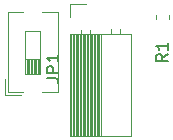
<source format=gbr>
%TF.GenerationSoftware,KiCad,Pcbnew,(5.1.6)-1*%
%TF.CreationDate,2021-12-11T15:19:36-08:00*%
%TF.ProjectId,PCB,5043422e-6b69-4636-9164-5f7063625858,rev?*%
%TF.SameCoordinates,Original*%
%TF.FileFunction,Legend,Top*%
%TF.FilePolarity,Positive*%
%FSLAX46Y46*%
G04 Gerber Fmt 4.6, Leading zero omitted, Abs format (unit mm)*
G04 Created by KiCad (PCBNEW (5.1.6)-1) date 2021-12-11 15:19:36*
%MOMM*%
%LPD*%
G01*
G04 APERTURE LIST*
%ADD10C,0.120000*%
%ADD11C,0.150000*%
G04 APERTURE END LIST*
D10*
%TO.C,JP1*%
X90170000Y-77000000D02*
X90170000Y-75890000D01*
X90170000Y-75890000D02*
X91500000Y-75890000D01*
X90170000Y-87090000D02*
X95370000Y-87090000D01*
X95370000Y-87090000D02*
X95370000Y-78460000D01*
X90170000Y-78460000D02*
X95370000Y-78460000D01*
X90170000Y-87090000D02*
X90170000Y-78460000D01*
X92770000Y-87090000D02*
X92770000Y-78460000D01*
X94400000Y-78460000D02*
X94400000Y-78050000D01*
X93680000Y-78460000D02*
X93680000Y-78050000D01*
X91860000Y-78460000D02*
X91860000Y-78110000D01*
X91140000Y-78460000D02*
X91140000Y-78110000D01*
X92651900Y-87090000D02*
X92651900Y-78460000D01*
X92533805Y-87090000D02*
X92533805Y-78460000D01*
X92415710Y-87090000D02*
X92415710Y-78460000D01*
X92297615Y-87090000D02*
X92297615Y-78460000D01*
X92179520Y-87090000D02*
X92179520Y-78460000D01*
X92061425Y-87090000D02*
X92061425Y-78460000D01*
X91943330Y-87090000D02*
X91943330Y-78460000D01*
X91825235Y-87090000D02*
X91825235Y-78460000D01*
X91707140Y-87090000D02*
X91707140Y-78460000D01*
X91589045Y-87090000D02*
X91589045Y-78460000D01*
X91470950Y-87090000D02*
X91470950Y-78460000D01*
X91352855Y-87090000D02*
X91352855Y-78460000D01*
X91234760Y-87090000D02*
X91234760Y-78460000D01*
X91116665Y-87090000D02*
X91116665Y-78460000D01*
X90998570Y-87090000D02*
X90998570Y-78460000D01*
X90880475Y-87090000D02*
X90880475Y-78460000D01*
X90762380Y-87090000D02*
X90762380Y-78460000D01*
X90644285Y-87090000D02*
X90644285Y-78460000D01*
X90526190Y-87090000D02*
X90526190Y-78460000D01*
X90408095Y-87090000D02*
X90408095Y-78460000D01*
X90290000Y-87090000D02*
X90290000Y-78460000D01*
%TO.C,SW1*%
X86365000Y-80603333D02*
X87635000Y-80603333D01*
X87565000Y-81810000D02*
X87565000Y-80603333D01*
X87445000Y-81810000D02*
X87445000Y-80603333D01*
X87325000Y-81810000D02*
X87325000Y-80603333D01*
X87205000Y-81810000D02*
X87205000Y-80603333D01*
X87085000Y-81810000D02*
X87085000Y-80603333D01*
X86965000Y-81810000D02*
X86965000Y-80603333D01*
X86845000Y-81810000D02*
X86845000Y-80603333D01*
X86725000Y-81810000D02*
X86725000Y-80603333D01*
X86605000Y-81810000D02*
X86605000Y-80603333D01*
X86485000Y-81810000D02*
X86485000Y-80603333D01*
X86365000Y-78190000D02*
X86365000Y-81810000D01*
X87635000Y-78190000D02*
X86365000Y-78190000D01*
X87635000Y-81810000D02*
X87635000Y-78190000D01*
X86365000Y-81810000D02*
X87635000Y-81810000D01*
X84650000Y-83650000D02*
X86033000Y-83650000D01*
X84650000Y-83650000D02*
X84650000Y-82267000D01*
X87800000Y-76590000D02*
X89110000Y-76590000D01*
X84890000Y-76590000D02*
X86200000Y-76590000D01*
X87800000Y-83410000D02*
X89110000Y-83410000D01*
X84890000Y-83410000D02*
X86200000Y-83410000D01*
X89110000Y-83410000D02*
X89110000Y-76590000D01*
X84890000Y-83410000D02*
X84890000Y-76590000D01*
%TO.C,R1*%
X98510000Y-77162779D02*
X98510000Y-76837221D01*
X97490000Y-77162779D02*
X97490000Y-76837221D01*
%TO.C, *%
D11*
%TO.C,JP1*%
X88182380Y-82213333D02*
X88896666Y-82213333D01*
X89039523Y-82260952D01*
X89134761Y-82356190D01*
X89182380Y-82499047D01*
X89182380Y-82594285D01*
X89182380Y-81737142D02*
X88182380Y-81737142D01*
X88182380Y-81356190D01*
X88230000Y-81260952D01*
X88277619Y-81213333D01*
X88372857Y-81165714D01*
X88515714Y-81165714D01*
X88610952Y-81213333D01*
X88658571Y-81260952D01*
X88706190Y-81356190D01*
X88706190Y-81737142D01*
X89182380Y-80213333D02*
X89182380Y-80784761D01*
X89182380Y-80499047D02*
X88182380Y-80499047D01*
X88325238Y-80594285D01*
X88420476Y-80689523D01*
X88468095Y-80784761D01*
%TO.C,R1*%
X98452380Y-80166666D02*
X97976190Y-80500000D01*
X98452380Y-80738095D02*
X97452380Y-80738095D01*
X97452380Y-80357142D01*
X97500000Y-80261904D01*
X97547619Y-80214285D01*
X97642857Y-80166666D01*
X97785714Y-80166666D01*
X97880952Y-80214285D01*
X97928571Y-80261904D01*
X97976190Y-80357142D01*
X97976190Y-80738095D01*
X98452380Y-79214285D02*
X98452380Y-79785714D01*
X98452380Y-79500000D02*
X97452380Y-79500000D01*
X97595238Y-79595238D01*
X97690476Y-79690476D01*
X97738095Y-79785714D01*
%TD*%
M02*

</source>
